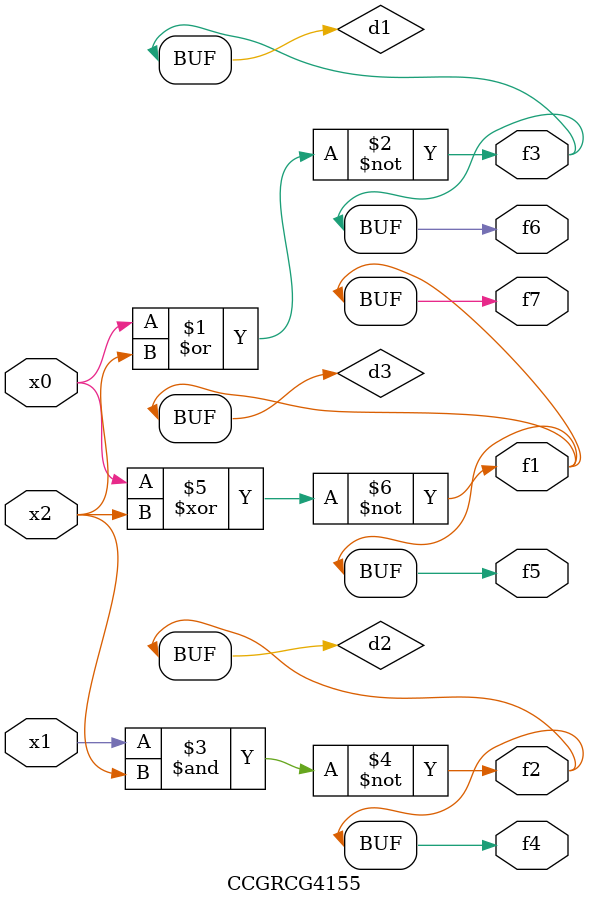
<source format=v>
module CCGRCG4155(
	input x0, x1, x2,
	output f1, f2, f3, f4, f5, f6, f7
);

	wire d1, d2, d3;

	nor (d1, x0, x2);
	nand (d2, x1, x2);
	xnor (d3, x0, x2);
	assign f1 = d3;
	assign f2 = d2;
	assign f3 = d1;
	assign f4 = d2;
	assign f5 = d3;
	assign f6 = d1;
	assign f7 = d3;
endmodule

</source>
